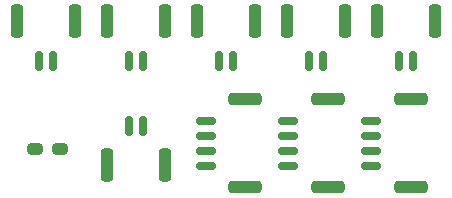
<source format=gtp>
G04 #@! TF.GenerationSoftware,KiCad,Pcbnew,7.0.9*
G04 #@! TF.CreationDate,2024-06-29T16:21:15+09:00*
G04 #@! TF.ProjectId,CAN_hab,43414e5f-6861-4622-9e6b-696361645f70,rev?*
G04 #@! TF.SameCoordinates,Original*
G04 #@! TF.FileFunction,Paste,Top*
G04 #@! TF.FilePolarity,Positive*
%FSLAX46Y46*%
G04 Gerber Fmt 4.6, Leading zero omitted, Abs format (unit mm)*
G04 Created by KiCad (PCBNEW 7.0.9) date 2024-06-29 16:21:15*
%MOMM*%
%LPD*%
G01*
G04 APERTURE LIST*
G04 Aperture macros list*
%AMRoundRect*
0 Rectangle with rounded corners*
0 $1 Rounding radius*
0 $2 $3 $4 $5 $6 $7 $8 $9 X,Y pos of 4 corners*
0 Add a 4 corners polygon primitive as box body*
4,1,4,$2,$3,$4,$5,$6,$7,$8,$9,$2,$3,0*
0 Add four circle primitives for the rounded corners*
1,1,$1+$1,$2,$3*
1,1,$1+$1,$4,$5*
1,1,$1+$1,$6,$7*
1,1,$1+$1,$8,$9*
0 Add four rect primitives between the rounded corners*
20,1,$1+$1,$2,$3,$4,$5,0*
20,1,$1+$1,$4,$5,$6,$7,0*
20,1,$1+$1,$6,$7,$8,$9,0*
20,1,$1+$1,$8,$9,$2,$3,0*%
G04 Aperture macros list end*
%ADD10RoundRect,0.237500X0.400000X0.237500X-0.400000X0.237500X-0.400000X-0.237500X0.400000X-0.237500X0*%
%ADD11RoundRect,0.150000X-0.150000X-0.700000X0.150000X-0.700000X0.150000X0.700000X-0.150000X0.700000X0*%
%ADD12RoundRect,0.250000X-0.250000X-1.150000X0.250000X-1.150000X0.250000X1.150000X-0.250000X1.150000X0*%
%ADD13RoundRect,0.150000X0.150000X0.700000X-0.150000X0.700000X-0.150000X-0.700000X0.150000X-0.700000X0*%
%ADD14RoundRect,0.250000X0.250000X1.150000X-0.250000X1.150000X-0.250000X-1.150000X0.250000X-1.150000X0*%
%ADD15RoundRect,0.150000X-0.700000X0.150000X-0.700000X-0.150000X0.700000X-0.150000X0.700000X0.150000X0*%
%ADD16RoundRect,0.250000X-1.150000X0.250000X-1.150000X-0.250000X1.150000X-0.250000X1.150000X0.250000X0*%
G04 APERTURE END LIST*
D10*
X141365000Y-100439000D03*
X139240000Y-100439000D03*
D11*
X170000000Y-92959000D03*
X171250000Y-92959000D03*
D12*
X168150000Y-89609000D03*
X173100000Y-89609000D03*
D11*
X139520000Y-92959000D03*
X140770000Y-92959000D03*
D12*
X137670000Y-89609000D03*
X142620000Y-89609000D03*
D13*
X148390000Y-98451000D03*
X147140000Y-98451000D03*
D14*
X150240000Y-101801000D03*
X145290000Y-101801000D03*
D15*
X160670000Y-98064000D03*
X160670000Y-99314000D03*
X160670000Y-100564000D03*
X160670000Y-101814000D03*
D16*
X164020000Y-96214000D03*
X164020000Y-103664000D03*
D11*
X162380000Y-92959000D03*
X163630000Y-92959000D03*
D12*
X160530000Y-89609000D03*
X165480000Y-89609000D03*
D15*
X167670000Y-98064000D03*
X167670000Y-99314000D03*
X167670000Y-100564000D03*
X167670000Y-101814000D03*
D16*
X171020000Y-96214000D03*
X171020000Y-103664000D03*
D15*
X153670000Y-98064000D03*
X153670000Y-99314000D03*
X153670000Y-100564000D03*
X153670000Y-101814000D03*
D16*
X157020000Y-96214000D03*
X157020000Y-103664000D03*
D11*
X154760000Y-92959000D03*
X156010000Y-92959000D03*
D12*
X152910000Y-89609000D03*
X157860000Y-89609000D03*
D11*
X147140000Y-92959000D03*
X148390000Y-92959000D03*
D12*
X145290000Y-89609000D03*
X150240000Y-89609000D03*
M02*

</source>
